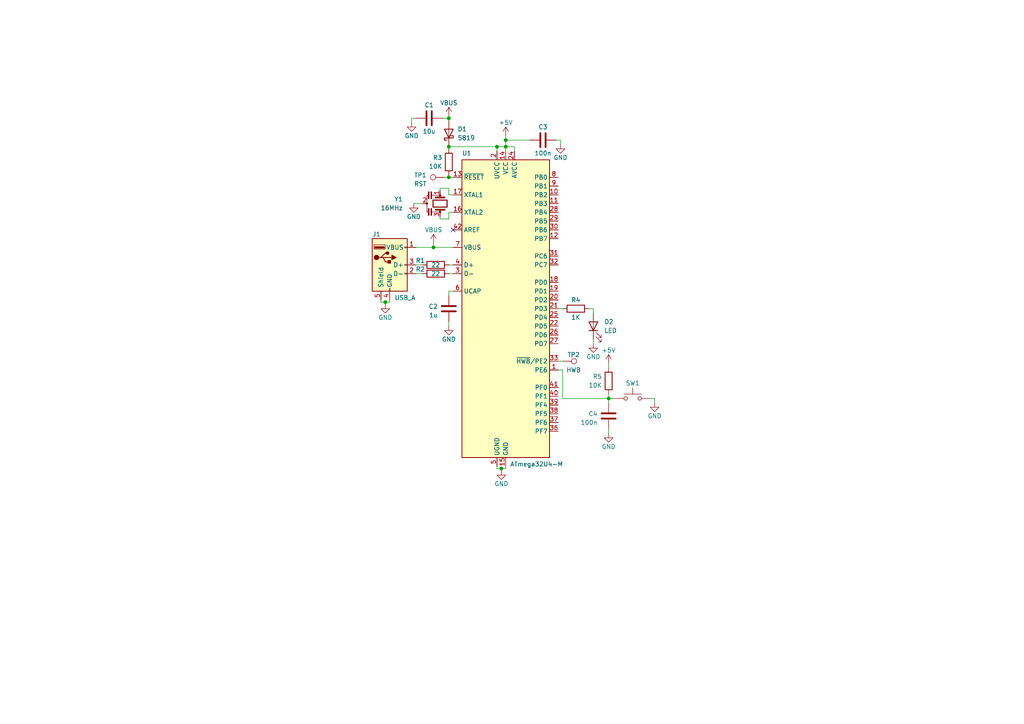
<source format=kicad_sch>
(kicad_sch (version 20211123) (generator eeschema)
  (paper "A4")
  (lib_symbols
    (symbol "Connector:TestPoint" (pin_numbers hide) (pin_names (offset 0.762) hide)
      (property "Reference" "TP" (at 0 6.858 0))
      (property "Value" "TestPoint" (at 0 5.08 0))
      (symbol "TestPoint_0_1"
        (circle (center 0 3.302) (radius 0.762))
      )
      (symbol "TestPoint_1_1"
        (pin passive line (at 0 0 90) (length 2.54) (name "1") (number "1"))
      )
    )
    (symbol "Connector:USB_A" (pin_names (offset 1.016))
      (property "Reference" "J" (at -5.08 11.43 0))
      (property "Value" "USB_A" (at -5.08 8.89 0))
      (symbol "USB_A_0_1"
        (rectangle (start -5.08 -7.62) (end 5.08 7.62) (stroke (width 0.254)) (fill (type background)))
        (circle (center -3.81 2.159) (radius 0.635) (stroke (width 0.254)) (fill (type outline)))
        (rectangle (start -1.524 4.826) (end -4.318 5.334) (fill (type outline)))
        (rectangle (start -1.27 4.572) (end -4.572 5.842))
        (circle (center -0.635 3.429) (radius 0.381) (stroke (width 0.254)) (fill (type outline)))
        (rectangle (start -0.127 -7.62) (end 0.127 -6.858))
        (polyline (pts (xy -3.175 2.159) (xy -2.54 2.159) (xy -1.27 3.429) (xy -0.635 3.429)) (stroke (width 0.254)))
        (polyline (pts (xy -2.54 2.159) (xy -1.905 2.159) (xy -1.27 0.889) (xy 0 0.889)) (stroke (width 0.254)))
        (polyline (pts (xy 0.635 2.794) (xy 0.635 1.524) (xy 1.905 2.159) (xy 0.635 2.794)) (stroke (width 0.254)) (fill (type outline)))
        (rectangle (start 0.254 1.27) (end -0.508 0.508) (stroke (width 0.254)) (fill (type outline)))
        (rectangle (start 5.08 -2.667) (end 4.318 -2.413))
        (rectangle (start 5.08 -0.127) (end 4.318 0.127))
        (rectangle (start 5.08 4.953) (end 4.318 5.207))
      )
      (symbol "USB_A_1_1"
        (polyline (pts (xy -1.905 2.159) (xy 0.635 2.159)) (stroke (width 0.254)))
        (pin power_in line (at 7.62 5.08 180) (length 2.54) (name "VBUS") (number "1"))
        (pin bidirectional line (at 7.62 -2.54 180) (length 2.54) (name "D-") (number "2"))
        (pin bidirectional line (at 7.62 0 180) (length 2.54) (name "D+") (number "3"))
        (pin power_in line (at 0 -10.16 90) (length 2.54) (name "GND") (number "4"))
        (pin passive line (at -2.54 -10.16 90) (length 2.54) (name "Shield") (number "5"))
      )
    )
    (symbol "Device:C" (pin_numbers hide) (pin_names (offset 0.254))
      (property "Reference" "C" (at 0.635 2.54 0))
      (property "Value" "C" (at 0.635 -2.54 0))
      (symbol "C_0_1"
        (polyline (pts (xy -2.032 -0.762) (xy 2.032 -0.762)) (stroke (width 0.508)))
        (polyline (pts (xy -2.032 0.762) (xy 2.032 0.762)) (stroke (width 0.508)))
      )
      (symbol "C_1_1"
        (pin passive line (at 0 3.81 270) (length 2.794) (name "~") (number "1"))
        (pin passive line (at 0 -3.81 90) (length 2.794) (name "~") (number "2"))
      )
    )
    (symbol "Device:D_Schottky" (pin_numbers hide) (pin_names (offset 1.016) hide)
      (property "Reference" "D" (at 0 2.54 0))
      (property "Value" "D_Schottky" (at 0 -2.54 0))
      (symbol "D_Schottky_0_1"
        (polyline (pts (xy 1.27 0) (xy -1.27 0)))
        (polyline (pts (xy 1.27 1.27) (xy 1.27 -1.27) (xy -1.27 0) (xy 1.27 1.27)) (stroke (width 0.254)))
        (polyline (pts (xy -1.905 0.635) (xy -1.905 1.27) (xy -1.27 1.27) (xy -1.27 -1.27) (xy -0.635 -1.27) (xy -0.635 -0.635)) (stroke (width 0.254)))
      )
      (symbol "D_Schottky_1_1"
        (pin passive line (at -3.81 0 0) (length 2.54) (name "K") (number "1"))
        (pin passive line (at 3.81 0 180) (length 2.54) (name "A") (number "2"))
      )
    )
    (symbol "Device:LED" (pin_numbers hide) (pin_names (offset 1.016) hide)
      (property "Reference" "D" (at 0 2.54 0))
      (property "Value" "LED" (at 0 -2.54 0))
      (symbol "LED_0_1"
        (polyline (pts (xy -1.27 -1.27) (xy -1.27 1.27)) (stroke (width 0.254)))
        (polyline (pts (xy -1.27 0) (xy 1.27 0)))
        (polyline (pts (xy 1.27 -1.27) (xy 1.27 1.27) (xy -1.27 0) (xy 1.27 -1.27)) (stroke (width 0.254)))
        (polyline (pts (xy -3.048 -0.762) (xy -4.572 -2.286) (xy -3.81 -2.286) (xy -4.572 -2.286) (xy -4.572 -1.524)))
        (polyline (pts (xy -1.778 -0.762) (xy -3.302 -2.286) (xy -2.54 -2.286) (xy -3.302 -2.286) (xy -3.302 -1.524)))
      )
      (symbol "LED_1_1"
        (pin passive line (at -3.81 0 0) (length 2.54) (name "K") (number "1"))
        (pin passive line (at 3.81 0 180) (length 2.54) (name "A") (number "2"))
      )
    )
    (symbol "Device:R" (pin_numbers hide) (pin_names (offset 0))
      (property "Reference" "R" (at 2.032 0 90))
      (property "Value" "R" (at 0 0 90))
      (symbol "R_0_1"
        (rectangle (start -1.016 -2.54) (end 1.016 2.54) (stroke (width 0.254)))
      )
      (symbol "R_1_1"
        (pin passive line (at 0 3.81 270) (length 1.27) (name "~") (number "1"))
        (pin passive line (at 0 -3.81 90) (length 1.27) (name "~") (number "2"))
      )
    )
    (symbol "Device:Resonator" (pin_names (offset 1.016) hide)
      (property "Reference" "Y" (at 0 5.715 0))
      (property "Value" "Resonator" (at 0 3.81 0))
      (symbol "Resonator_0_1"
        (rectangle (start -3.429 -3.175) (end -1.397 -3.429) (fill (type outline)))
        (rectangle (start -3.429 -2.413) (end -1.397 -2.667) (fill (type outline)))
        (circle (center -2.413 0) (radius 0.254) (fill (type outline)))
        (rectangle (start -1.016 2.032) (end 1.016 -2.032) (stroke (width 0.3048)))
        (circle (center 0 -3.81) (radius 0.254) (fill (type outline)))
        (polyline (pts (xy -2.413 -2.413) (xy -2.413 0)))
        (polyline (pts (xy -1.905 0) (xy -3.175 0)))
        (polyline (pts (xy -1.778 -1.27) (xy -1.778 1.27)) (stroke (width 0.508)))
        (polyline (pts (xy 1.778 -1.27) (xy 1.778 1.27)) (stroke (width 0.508)))
        (polyline (pts (xy 1.905 0) (xy 2.54 0)))
        (polyline (pts (xy 2.413 0) (xy 2.413 -2.54)))
        (polyline (pts (xy 2.413 -3.302) (xy 2.413 -3.81) (xy -2.413 -3.81) (xy -2.413 -3.302)))
        (rectangle (start 1.397 -3.175) (end 3.429 -3.429) (fill (type outline)))
        (rectangle (start 1.397 -2.413) (end 3.429 -2.667) (fill (type outline)))
        (circle (center 2.413 0) (radius 0.254) (fill (type outline)))
      )
      (symbol "Resonator_1_1"
        (pin passive line (at -3.81 0 0) (length 1.27) (name "1") (number "1"))
        (pin passive line (at 0 -5.08 90) (length 1.27) (name "2") (number "2"))
        (pin passive line (at 3.81 0 180) (length 1.27) (name "3") (number "3"))
      )
    )
    (symbol "MCU_Microchip_ATmega:ATmega32U4-M"
      (property "Reference" "U" (at -12.7 44.45 0))
      (property "Value" "ATmega32U4-M" (at 2.54 -44.45 0))
      (symbol "ATmega32U4-M_0_1"
        (rectangle (start -12.7 -43.18) (end 12.7 43.18) (stroke (width 0.254)) (fill (type background)))
      )
      (symbol "ATmega32U4-M_1_1"
        (pin bidirectional line (at 15.24 -17.78 180) (length 2.54) (name "PE6") (number "1"))
        (pin bidirectional line (at 15.24 33.02 180) (length 2.54) (name "PB2") (number "10"))
        (pin bidirectional line (at 15.24 30.48 180) (length 2.54) (name "PB3") (number "11"))
        (pin bidirectional line (at 15.24 20.32 180) (length 2.54) (name "PB7") (number "12"))
        (pin input line (at -15.24 38.1 0) (length 2.54) (name "~{RESET}") (number "13"))
        (pin power_in line (at 0 45.72 270) (length 2.54) (name "VCC") (number "14"))
        (pin power_in line (at 0 -45.72 90) (length 2.54) (name "GND") (number "15"))
        (pin output line (at -15.24 27.94 0) (length 2.54) (name "XTAL2") (number "16"))
        (pin input line (at -15.24 33.02 0) (length 2.54) (name "XTAL1") (number "17"))
        (pin bidirectional line (at 15.24 7.62 180) (length 2.54) (name "PD0") (number "18"))
        (pin bidirectional line (at 15.24 5.08 180) (length 2.54) (name "PD1") (number "19"))
        (pin power_in line (at -2.54 45.72 270) (length 2.54) (name "UVCC") (number "2"))
        (pin bidirectional line (at 15.24 2.54 180) (length 2.54) (name "PD2") (number "20"))
        (pin bidirectional line (at 15.24 0 180) (length 2.54) (name "PD3") (number "21"))
        (pin bidirectional line (at 15.24 -5.08 180) (length 2.54) (name "PD5") (number "22"))
        (pin passive line (at 0 -45.72 90) (length 2.54) hide (name "GND") (number "23"))
        (pin power_in line (at 2.54 45.72 270) (length 2.54) (name "AVCC") (number "24"))
        (pin bidirectional line (at 15.24 -2.54 180) (length 2.54) (name "PD4") (number "25"))
        (pin bidirectional line (at 15.24 -7.62 180) (length 2.54) (name "PD6") (number "26"))
        (pin bidirectional line (at 15.24 -10.16 180) (length 2.54) (name "PD7") (number "27"))
        (pin bidirectional line (at 15.24 27.94 180) (length 2.54) (name "PB4") (number "28"))
        (pin bidirectional line (at 15.24 25.4 180) (length 2.54) (name "PB5") (number "29"))
        (pin bidirectional line (at -15.24 10.16 0) (length 2.54) (name "D-") (number "3"))
        (pin bidirectional line (at 15.24 22.86 180) (length 2.54) (name "PB6") (number "30"))
        (pin bidirectional line (at 15.24 15.24 180) (length 2.54) (name "PC6") (number "31"))
        (pin bidirectional line (at 15.24 12.7 180) (length 2.54) (name "PC7") (number "32"))
        (pin bidirectional line (at 15.24 -15.24 180) (length 2.54) (name "~{HWB}/PE2") (number "33"))
        (pin passive line (at 0 45.72 270) (length 2.54) hide (name "VCC") (number "34"))
        (pin passive line (at 0 -45.72 90) (length 2.54) hide (name "GND") (number "35"))
        (pin bidirectional line (at 15.24 -35.56 180) (length 2.54) (name "PF7") (number "36"))
        (pin bidirectional line (at 15.24 -33.02 180) (length 2.54) (name "PF6") (number "37"))
        (pin bidirectional line (at 15.24 -30.48 180) (length 2.54) (name "PF5") (number "38"))
        (pin bidirectional line (at 15.24 -27.94 180) (length 2.54) (name "PF4") (number "39"))
        (pin bidirectional line (at -15.24 12.7 0) (length 2.54) (name "D+") (number "4"))
        (pin bidirectional line (at 15.24 -25.4 180) (length 2.54) (name "PF1") (number "40"))
        (pin bidirectional line (at 15.24 -22.86 180) (length 2.54) (name "PF0") (number "41"))
        (pin passive line (at -15.24 22.86 0) (length 2.54) (name "AREF") (number "42"))
        (pin passive line (at 0 -45.72 90) (length 2.54) hide (name "GND") (number "43"))
        (pin passive line (at 2.54 45.72 270) (length 2.54) hide (name "AVCC") (number "44"))
        (pin passive line (at 0 -45.72 90) (length 2.54) hide (name "GND") (number "45"))
        (pin passive line (at -2.54 -45.72 90) (length 2.54) (name "UGND") (number "5"))
        (pin passive line (at -15.24 5.08 0) (length 2.54) (name "UCAP") (number "6"))
        (pin input line (at -15.24 17.78 0) (length 2.54) (name "VBUS") (number "7"))
        (pin bidirectional line (at 15.24 38.1 180) (length 2.54) (name "PB0") (number "8"))
        (pin bidirectional line (at 15.24 35.56 180) (length 2.54) (name "PB1") (number "9"))
      )
    )
    (symbol "Switch:SW_Push" (pin_numbers hide) (pin_names (offset 1.016) hide)
      (property "Reference" "SW" (at 1.27 2.54 0))
      (property "Value" "SW_Push" (at 0 -1.524 0))
      (symbol "SW_Push_0_1"
        (circle (center -2.032 0) (radius 0.508))
        (polyline (pts (xy 0 1.27) (xy 0 3.048)))
        (polyline (pts (xy 2.54 1.27) (xy -2.54 1.27)))
        (circle (center 2.032 0) (radius 0.508))
        (pin passive line (at -5.08 0 0) (length 2.54) (name "1") (number "1"))
        (pin passive line (at 5.08 0 180) (length 2.54) (name "2") (number "2"))
      )
    )
    (symbol "power:+5V" (power) (pin_names (offset 0))
      (property "Value" "+5V" (at 0 3.556 0))
      (symbol "+5V_0_1"
        (polyline (pts (xy -0.762 1.27) (xy 0 2.54)))
        (polyline (pts (xy 0 0) (xy 0 2.54)))
        (polyline (pts (xy 0 2.54) (xy 0.762 1.27)))
      )
      (symbol "+5V_1_1"
        (pin power_in line (at 0 0 90) (length 0) hide (name "+5V") (number "1"))
      )
    )
    (symbol "power:GND" (power) (pin_names (offset 0))
      (property "Value" "GND" (at 0 -3.81 0))
      (symbol "GND_0_1"
        (polyline (pts (xy 0 0) (xy 0 -1.27) (xy 1.27 -1.27) (xy 0 -2.54) (xy -1.27 -1.27) (xy 0 -1.27)))
      )
      (symbol "GND_1_1"
        (pin power_in line (at 0 0 270) (length 0) hide (name "GND") (number "1"))
      )
    )
    (symbol "power:VBUS" (power) (pin_names (offset 0))
      (property "Value" "VBUS" (at 0 3.81 0))
      (symbol "VBUS_0_1"
        (polyline (pts (xy -0.762 1.27) (xy 0 2.54)))
        (polyline (pts (xy 0 0) (xy 0 2.54)))
        (polyline (pts (xy 0 2.54) (xy 0.762 1.27)))
      )
      (symbol "VBUS_1_1"
        (pin power_in line (at 0 0 90) (length 0) hide (name "VBUS") (number "1"))
      )
    )
  )
  (junction (at 111.76 87.63))
  (junction (at 146.685 40.64))
  (junction (at 144.145 42.545))
  (junction (at 130.175 34.29))
  (junction (at 176.53 115.57))
  (junction (at 145.415 135.89))
  (junction (at 130.175 42.545))
  (junction (at 125.73 71.755))
  (junction (at 146.685 42.545))
  (junction (at 130.175 51.435))
  (no_connect (at 131.445 66.675))
  (wire (pts (xy 149.225 42.545) (xy 146.685 42.545)))
  (wire (pts (xy 120.65 76.835) (xy 122.555 76.835)))
  (wire (pts (xy 125.73 70.485) (xy 125.73 71.755)))
  (wire (pts (xy 146.685 42.545) (xy 146.685 43.815)))
  (wire (pts (xy 144.145 135.89) (xy 145.415 135.89)))
  (wire (pts (xy 120.65 79.375) (xy 122.555 79.375)))
  (wire (pts (xy 176.53 114.3) (xy 176.53 115.57)))
  (wire (pts (xy 161.29 40.64) (xy 162.56 40.64)))
  (wire (pts (xy 189.865 115.57) (xy 189.865 116.84)))
  (wire (pts (xy 130.175 61.595) (xy 131.445 61.595)))
  (wire (pts (xy 144.145 43.815) (xy 144.145 42.545)))
  (wire (pts (xy 125.73 71.755) (xy 131.445 71.755)))
  (wire (pts (xy 130.175 56.515) (xy 131.445 56.515)))
  (wire (pts (xy 149.225 43.815) (xy 149.225 42.545)))
  (wire (pts (xy 128.27 34.29) (xy 130.175 34.29)))
  (wire (pts (xy 127.635 54.61) (xy 130.175 54.61)))
  (wire (pts (xy 119.38 34.29) (xy 120.65 34.29)))
  (wire (pts (xy 161.925 107.315) (xy 163.195 107.315)))
  (wire (pts (xy 111.76 87.63) (xy 111.76 88.265)))
  (wire (pts (xy 162.56 40.64) (xy 162.56 41.91)))
  (wire (pts (xy 111.76 87.63) (xy 113.03 87.63)))
  (wire (pts (xy 119.38 35.56) (xy 119.38 34.29)))
  (wire (pts (xy 130.175 79.375) (xy 131.445 79.375)))
  (wire (pts (xy 146.685 40.64) (xy 153.67 40.64)))
  (wire (pts (xy 130.175 34.29) (xy 130.175 34.925)))
  (wire (pts (xy 130.175 51.435) (xy 131.445 51.435)))
  (wire (pts (xy 130.175 85.725) (xy 130.175 84.455)))
  (wire (pts (xy 146.685 135.255) (xy 146.685 135.89)))
  (wire (pts (xy 176.53 124.46) (xy 176.53 125.73)))
  (wire (pts (xy 130.175 84.455) (xy 131.445 84.455)))
  (wire (pts (xy 127.635 55.245) (xy 127.635 54.61)))
  (wire (pts (xy 176.53 115.57) (xy 178.435 115.57)))
  (wire (pts (xy 120.015 59.055) (xy 122.555 59.055)))
  (wire (pts (xy 176.53 105.41) (xy 176.53 106.68)))
  (wire (pts (xy 130.175 42.545) (xy 144.145 42.545)))
  (wire (pts (xy 130.175 93.345) (xy 130.175 94.615)))
  (wire (pts (xy 163.195 107.315) (xy 163.195 115.57)))
  (wire (pts (xy 127.635 63.5) (xy 130.175 63.5)))
  (wire (pts (xy 161.925 104.775) (xy 163.195 104.775)))
  (wire (pts (xy 145.415 135.89) (xy 146.685 135.89)))
  (wire (pts (xy 172.085 98.425) (xy 172.085 99.695)))
  (wire (pts (xy 110.49 87.63) (xy 111.76 87.63)))
  (wire (pts (xy 144.145 135.255) (xy 144.145 135.89)))
  (wire (pts (xy 130.175 43.18) (xy 130.175 42.545)))
  (wire (pts (xy 146.685 40.64) (xy 146.685 39.37)))
  (wire (pts (xy 130.175 76.835) (xy 131.445 76.835)))
  (wire (pts (xy 172.085 89.535) (xy 172.085 90.805)))
  (wire (pts (xy 170.815 89.535) (xy 172.085 89.535)))
  (wire (pts (xy 144.145 42.545) (xy 146.685 42.545)))
  (wire (pts (xy 163.195 115.57) (xy 176.53 115.57)))
  (wire (pts (xy 110.49 86.995) (xy 110.49 87.63)))
  (wire (pts (xy 120.65 71.755) (xy 125.73 71.755)))
  (wire (pts (xy 188.595 115.57) (xy 189.865 115.57)))
  (wire (pts (xy 113.03 86.995) (xy 113.03 87.63)))
  (wire (pts (xy 176.53 115.57) (xy 176.53 116.84)))
  (wire (pts (xy 145.415 135.89) (xy 145.415 136.525)))
  (wire (pts (xy 127.635 62.865) (xy 127.635 63.5)))
  (wire (pts (xy 146.685 42.545) (xy 146.685 40.64)))
  (wire (pts (xy 130.175 63.5) (xy 130.175 61.595)))
  (wire (pts (xy 130.175 50.8) (xy 130.175 51.435)))
  (wire (pts (xy 161.925 89.535) (xy 163.195 89.535)))
  (wire (pts (xy 130.175 33.655) (xy 130.175 34.29)))
  (wire (pts (xy 128.905 51.435) (xy 130.175 51.435)))
  (wire (pts (xy 130.175 54.61) (xy 130.175 56.515)))
  (symbol (lib_id "Device:C") (at 176.53 120.65 0) (unit 1)
    (property "Reference" "C4" (at 173.355 120.015 0) (effects (justify right)))
    (property "Value" "100n" (at 173.355 122.555 0) (effects (justify right)))
    (property "Footprint" "Capacitor_SMD:C_0603_1608Metric" (effects hide))
  )
  (symbol (lib_id "Connector:TestPoint") (at 163.195 104.775 270) (unit 1)
    (property "Reference" "TP2" (at 166.37 102.87 90))
    (property "Value" "HWB" (at 166.37 107.315 90))
    (property "Footprint" "Connector_PinHeader_2.54mm:PinHeader_1x01_P2.54mm_Vertical" (effects hide))
  )
  (symbol (lib_id "Device:D_Schottky") (at 130.175 38.735 90) (unit 1)
    (property "Reference" "D1" (at 132.715 37.465 90) (effects (justify right)))
    (property "Value" "5819" (at 132.715 40.005 90) (effects (justify right)))
    (property "Footprint" "Diode_SMD:D_SOD-323" (effects hide))
  )
  (symbol (lib_id "power:GND") (at 120.015 59.055 0) (unit 1)
    (property "Reference" "#PWR03" (effects hide))
    (property "Value" "GND" (at 120.015 62.865 0))
  )
  (symbol (lib_id "power:+5V") (at 176.53 105.41 0) (unit 1)
    (property "Reference" "#PWR011" (effects hide))
    (property "Value" "+5V" (at 176.53 101.6 0))
  )
  (symbol (lib_id "MCU_Microchip_ATmega:ATmega32U4-M") (at 146.685 89.535 0) (unit 1)
    (property "Reference" "U1" (at 133.985 44.45 0) (effects (justify left)))
    (property "Value" "ATmega32U4-M" (at 147.955 134.62 0) (effects (justify left)))
    (property "Footprint" "Package_DFN_QFN:QFN-44-1EP_7x7mm_P0.5mm_EP5.2x5.2mm" (effects hide))
    (property "Datasheet" "http://ww1.microchip.com/downloads/en/DeviceDoc/Atmel-7766-8-bit-AVR-ATmega16U4-32U4_Datasheet.pdf" (effects hide))
  )
  (symbol (lib_id "power:GND") (at 189.865 116.84 0) (unit 1)
    (property "Reference" "#PWR013" (effects hide))
    (property "Value" "GND" (at 189.865 120.65 0))
  )
  (symbol (lib_id "Device:LED") (at 172.085 94.615 90) (unit 1)
    (property "Reference" "D2" (at 175.26 93.345 90) (effects (justify right)))
    (property "Value" "LED" (at 175.26 95.885 90) (effects (justify right)))
    (property "Footprint" "LED_SMD:LED_0603_1608Metric" (effects hide))
  )
  (symbol (lib_id "power:GND") (at 111.76 88.265 0) (unit 1)
    (property "Reference" "#PWR01" (effects hide))
    (property "Value" "GND" (at 111.76 92.075 0))
  )
  (symbol (lib_id "power:+5V") (at 146.685 39.37 0) (unit 1)
    (property "Reference" "#PWR08" (effects hide))
    (property "Value" "+5V" (at 146.685 35.56 0))
  )
  (symbol (lib_id "Device:R") (at 126.365 76.835 90) (unit 1)
    (property "Reference" "R1" (at 121.92 75.565 90))
    (property "Value" "22" (at 126.365 76.835 90))
    (property "Footprint" "Resistor_SMD:R_0603_1608Metric" (effects hide))
  )
  (symbol (lib_id "Device:R") (at 167.005 89.535 90) (unit 1)
    (property "Reference" "R4" (at 167.005 86.995 90))
    (property "Value" "1K" (at 167.005 92.075 90))
    (property "Footprint" "Resistor_SMD:R_0603_1608Metric" (effects hide))
  )
  (symbol (lib_id "power:GND") (at 172.085 99.695 0) (unit 1)
    (property "Reference" "#PWR010" (effects hide))
    (property "Value" "GND" (at 172.085 103.505 0))
  )
  (symbol (lib_id "power:GND") (at 145.415 136.525 0) (unit 1)
    (property "Reference" "#PWR07" (effects hide))
    (property "Value" "GND" (at 145.415 140.335 0))
  )
  (symbol (lib_id "Device:C") (at 157.48 40.64 90) (unit 1)
    (property "Reference" "C3" (at 157.48 36.83 90))
    (property "Value" "100n" (at 157.48 44.45 90))
    (property "Footprint" "Capacitor_SMD:C_0603_1608Metric" (effects hide))
  )
  (symbol (lib_id "Connector:USB_A") (at 113.03 76.835 0) (unit 1)
    (property "Reference" "J1" (at 109.22 67.945 0))
    (property "Value" "USB_A" (at 117.475 86.36 0))
    (property "Footprint" "usb-hid-button:MOLEX_48037-0001" (effects hide))
    (property "Datasheet" " ~" (effects hide))
  )
  (symbol (lib_id "Device:C") (at 124.46 34.29 90) (unit 1)
    (property "Reference" "C1" (at 124.46 30.48 90))
    (property "Value" "10u" (at 124.46 38.1 90))
    (property "Footprint" "Capacitor_SMD:C_0805_2012Metric" (effects hide))
  )
  (symbol (lib_id "Device:R") (at 176.53 110.49 0) (mirror y) (unit 1)
    (property "Reference" "R5" (at 174.625 109.22 0) (effects (justify left)))
    (property "Value" "10K" (at 174.625 111.76 0) (effects (justify left)))
    (property "Footprint" "Resistor_SMD:R_0603_1608Metric" (effects hide))
  )
  (symbol (lib_id "Device:R") (at 130.175 46.99 0) (mirror y) (unit 1)
    (property "Reference" "R3" (at 128.27 45.72 0) (effects (justify left)))
    (property "Value" "10K" (at 128.27 48.26 0) (effects (justify left)))
    (property "Footprint" "Resistor_SMD:R_0603_1608Metric" (effects hide))
  )
  (symbol (lib_id "power:GND") (at 130.175 94.615 0) (unit 1)
    (property "Reference" "#PWR06" (effects hide))
    (property "Value" "GND" (at 130.175 98.425 0))
  )
  (symbol (lib_id "power:VBUS") (at 125.73 70.485 0) (unit 1)
    (property "Reference" "#PWR04" (effects hide))
    (property "Value" "VBUS" (at 125.73 66.675 0))
  )
  (symbol (lib_id "Device:C") (at 130.175 89.535 0) (unit 1)
    (property "Reference" "C2" (at 127 88.9 0) (effects (justify right)))
    (property "Value" "1u" (at 127 91.44 0) (effects (justify right)))
    (property "Footprint" "Capacitor_SMD:C_0603_1608Metric" (effects hide))
  )
  (symbol (lib_id "power:VBUS") (at 130.175 33.655 0) (unit 1)
    (property "Reference" "#PWR05" (effects hide))
    (property "Value" "VBUS" (at 130.175 29.845 0))
  )
  (symbol (lib_id "Device:Resonator") (at 127.635 59.055 270) (unit 1)
    (property "Reference" "Y1" (at 116.84 57.785 90) (effects (justify right)))
    (property "Value" "16MHz" (at 116.84 60.325 90) (effects (justify right)))
    (property "Footprint" "usb-hid-button:OSC_CSTNE16M0VH3C000R0" (effects hide))
  )
  (symbol (lib_id "power:GND") (at 162.56 41.91 0) (unit 1)
    (property "Reference" "#PWR09" (effects hide))
    (property "Value" "GND" (at 162.56 45.72 0))
  )
  (symbol (lib_id "power:GND") (at 176.53 125.73 0) (unit 1)
    (property "Reference" "#PWR012" (effects hide))
    (property "Value" "GND" (at 176.53 129.54 0))
  )
  (symbol (lib_id "power:GND") (at 119.38 35.56 0) (unit 1)
    (property "Reference" "#PWR02" (effects hide))
    (property "Value" "GND" (at 119.38 39.37 0))
  )
  (symbol (lib_id "Connector:TestPoint") (at 128.905 51.435 90) (unit 1)
    (property "Reference" "TP1" (at 121.92 50.8 90))
    (property "Value" "RST" (at 121.92 53.34 90))
    (property "Footprint" "Connector_PinHeader_2.54mm:PinHeader_1x01_P2.54mm_Vertical" (effects hide))
  )
  (symbol (lib_id "Switch:SW_Push") (at 183.515 115.57 0) (unit 1)
    (property "Reference" "SW1" (at 183.515 111.125 0))
    (property "Value" "SW_Push" (effects hide))
    (property "Footprint" "Button_Switch_SMD:SW_Push_1P1T_NO_6x6mm_H9.5mm" (effects hide))
  )
  (symbol (lib_id "Device:R") (at 126.365 79.375 90) (unit 1)
    (property "Reference" "R2" (at 121.92 78.105 90))
    (property "Value" "22" (at 126.365 79.375 90))
    (property "Footprint" "Resistor_SMD:R_0603_1608Metric" (effects hide))
  )
)
</source>
